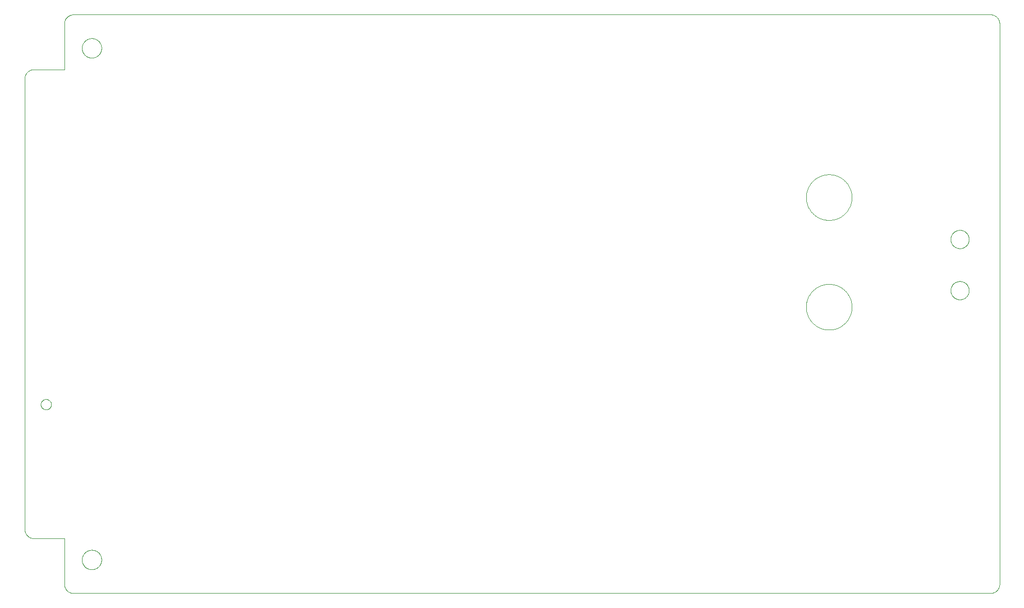
<source format=gko>
G75*
%MOIN*%
%OFA0B0*%
%FSLAX25Y25*%
%IPPOS*%
%LPD*%
%AMOC8*
5,1,8,0,0,1.08239X$1,22.5*
%
%ADD10C,0.00394*%
%ADD11C,0.00000*%
D10*
X0096656Y0075862D02*
X0689176Y0075862D01*
X0689328Y0075864D01*
X0689480Y0075870D01*
X0689632Y0075880D01*
X0689783Y0075893D01*
X0689934Y0075911D01*
X0690085Y0075932D01*
X0690235Y0075958D01*
X0690384Y0075987D01*
X0690533Y0076020D01*
X0690680Y0076057D01*
X0690827Y0076097D01*
X0690972Y0076142D01*
X0691116Y0076190D01*
X0691259Y0076242D01*
X0691401Y0076297D01*
X0691541Y0076356D01*
X0691680Y0076419D01*
X0691817Y0076485D01*
X0691952Y0076555D01*
X0692085Y0076628D01*
X0692216Y0076705D01*
X0692346Y0076785D01*
X0692473Y0076868D01*
X0692598Y0076954D01*
X0692721Y0077044D01*
X0692841Y0077137D01*
X0692959Y0077233D01*
X0693075Y0077332D01*
X0693188Y0077434D01*
X0693298Y0077538D01*
X0693406Y0077646D01*
X0693510Y0077756D01*
X0693612Y0077869D01*
X0693711Y0077985D01*
X0693807Y0078103D01*
X0693900Y0078223D01*
X0693990Y0078346D01*
X0694076Y0078471D01*
X0694159Y0078598D01*
X0694239Y0078728D01*
X0694316Y0078859D01*
X0694389Y0078992D01*
X0694459Y0079127D01*
X0694525Y0079264D01*
X0694588Y0079403D01*
X0694647Y0079543D01*
X0694702Y0079685D01*
X0694754Y0079828D01*
X0694802Y0079972D01*
X0694847Y0080117D01*
X0694887Y0080264D01*
X0694924Y0080411D01*
X0694957Y0080560D01*
X0694986Y0080709D01*
X0695012Y0080859D01*
X0695033Y0081010D01*
X0695051Y0081161D01*
X0695064Y0081312D01*
X0695074Y0081464D01*
X0695080Y0081616D01*
X0695082Y0081768D01*
X0695081Y0081768D02*
X0695081Y0443972D01*
X0695082Y0443972D02*
X0695080Y0444124D01*
X0695074Y0444276D01*
X0695064Y0444428D01*
X0695051Y0444579D01*
X0695033Y0444730D01*
X0695012Y0444881D01*
X0694986Y0445031D01*
X0694957Y0445180D01*
X0694924Y0445329D01*
X0694887Y0445476D01*
X0694847Y0445623D01*
X0694802Y0445768D01*
X0694754Y0445912D01*
X0694702Y0446055D01*
X0694647Y0446197D01*
X0694588Y0446337D01*
X0694525Y0446476D01*
X0694459Y0446613D01*
X0694389Y0446748D01*
X0694316Y0446881D01*
X0694239Y0447012D01*
X0694159Y0447142D01*
X0694076Y0447269D01*
X0693990Y0447394D01*
X0693900Y0447517D01*
X0693807Y0447637D01*
X0693711Y0447755D01*
X0693612Y0447871D01*
X0693510Y0447984D01*
X0693406Y0448094D01*
X0693298Y0448202D01*
X0693188Y0448306D01*
X0693075Y0448408D01*
X0692959Y0448507D01*
X0692841Y0448603D01*
X0692721Y0448696D01*
X0692598Y0448786D01*
X0692473Y0448872D01*
X0692346Y0448955D01*
X0692216Y0449035D01*
X0692085Y0449112D01*
X0691952Y0449185D01*
X0691817Y0449255D01*
X0691680Y0449321D01*
X0691541Y0449384D01*
X0691401Y0449443D01*
X0691259Y0449498D01*
X0691116Y0449550D01*
X0690972Y0449598D01*
X0690827Y0449643D01*
X0690680Y0449683D01*
X0690533Y0449720D01*
X0690384Y0449753D01*
X0690235Y0449782D01*
X0690085Y0449808D01*
X0689934Y0449829D01*
X0689783Y0449847D01*
X0689632Y0449860D01*
X0689480Y0449870D01*
X0689328Y0449876D01*
X0689176Y0449878D01*
X0096656Y0449878D01*
X0096504Y0449876D01*
X0096352Y0449870D01*
X0096200Y0449860D01*
X0096049Y0449847D01*
X0095898Y0449829D01*
X0095747Y0449808D01*
X0095597Y0449782D01*
X0095448Y0449753D01*
X0095299Y0449720D01*
X0095152Y0449683D01*
X0095005Y0449643D01*
X0094860Y0449598D01*
X0094716Y0449550D01*
X0094573Y0449498D01*
X0094431Y0449443D01*
X0094291Y0449384D01*
X0094152Y0449321D01*
X0094015Y0449255D01*
X0093880Y0449185D01*
X0093747Y0449112D01*
X0093616Y0449035D01*
X0093486Y0448955D01*
X0093359Y0448872D01*
X0093234Y0448786D01*
X0093111Y0448696D01*
X0092991Y0448603D01*
X0092873Y0448507D01*
X0092757Y0448408D01*
X0092644Y0448306D01*
X0092534Y0448202D01*
X0092426Y0448094D01*
X0092322Y0447984D01*
X0092220Y0447871D01*
X0092121Y0447755D01*
X0092025Y0447637D01*
X0091932Y0447517D01*
X0091842Y0447394D01*
X0091756Y0447269D01*
X0091673Y0447142D01*
X0091593Y0447012D01*
X0091516Y0446881D01*
X0091443Y0446748D01*
X0091373Y0446613D01*
X0091307Y0446476D01*
X0091244Y0446337D01*
X0091185Y0446197D01*
X0091130Y0446055D01*
X0091078Y0445912D01*
X0091030Y0445768D01*
X0090985Y0445623D01*
X0090945Y0445476D01*
X0090908Y0445329D01*
X0090875Y0445180D01*
X0090846Y0445031D01*
X0090820Y0444881D01*
X0090799Y0444730D01*
X0090781Y0444579D01*
X0090768Y0444428D01*
X0090758Y0444276D01*
X0090752Y0444124D01*
X0090750Y0443972D01*
X0090751Y0443972D02*
X0090751Y0414445D01*
X0071066Y0414445D01*
X0070914Y0414443D01*
X0070762Y0414437D01*
X0070610Y0414427D01*
X0070459Y0414414D01*
X0070308Y0414396D01*
X0070157Y0414375D01*
X0070007Y0414349D01*
X0069858Y0414320D01*
X0069709Y0414287D01*
X0069562Y0414250D01*
X0069415Y0414210D01*
X0069270Y0414165D01*
X0069126Y0414117D01*
X0068983Y0414065D01*
X0068841Y0414010D01*
X0068701Y0413951D01*
X0068562Y0413888D01*
X0068425Y0413822D01*
X0068290Y0413752D01*
X0068157Y0413679D01*
X0068026Y0413602D01*
X0067896Y0413522D01*
X0067769Y0413439D01*
X0067644Y0413353D01*
X0067521Y0413263D01*
X0067401Y0413170D01*
X0067283Y0413074D01*
X0067167Y0412975D01*
X0067054Y0412873D01*
X0066944Y0412769D01*
X0066836Y0412661D01*
X0066732Y0412551D01*
X0066630Y0412438D01*
X0066531Y0412322D01*
X0066435Y0412204D01*
X0066342Y0412084D01*
X0066252Y0411961D01*
X0066166Y0411836D01*
X0066083Y0411709D01*
X0066003Y0411579D01*
X0065926Y0411448D01*
X0065853Y0411315D01*
X0065783Y0411180D01*
X0065717Y0411043D01*
X0065654Y0410904D01*
X0065595Y0410764D01*
X0065540Y0410622D01*
X0065488Y0410479D01*
X0065440Y0410335D01*
X0065395Y0410190D01*
X0065355Y0410043D01*
X0065318Y0409896D01*
X0065285Y0409747D01*
X0065256Y0409598D01*
X0065230Y0409448D01*
X0065209Y0409297D01*
X0065191Y0409146D01*
X0065178Y0408995D01*
X0065168Y0408843D01*
X0065162Y0408691D01*
X0065160Y0408539D01*
X0065160Y0117201D01*
X0065162Y0117049D01*
X0065168Y0116897D01*
X0065178Y0116745D01*
X0065191Y0116594D01*
X0065209Y0116443D01*
X0065230Y0116292D01*
X0065256Y0116142D01*
X0065285Y0115993D01*
X0065318Y0115844D01*
X0065355Y0115697D01*
X0065395Y0115550D01*
X0065440Y0115405D01*
X0065488Y0115261D01*
X0065540Y0115118D01*
X0065595Y0114976D01*
X0065654Y0114836D01*
X0065717Y0114697D01*
X0065783Y0114560D01*
X0065853Y0114425D01*
X0065926Y0114292D01*
X0066003Y0114161D01*
X0066083Y0114031D01*
X0066166Y0113904D01*
X0066252Y0113779D01*
X0066342Y0113656D01*
X0066435Y0113536D01*
X0066531Y0113418D01*
X0066630Y0113302D01*
X0066732Y0113189D01*
X0066836Y0113079D01*
X0066944Y0112971D01*
X0067054Y0112867D01*
X0067167Y0112765D01*
X0067283Y0112666D01*
X0067401Y0112570D01*
X0067521Y0112477D01*
X0067644Y0112387D01*
X0067769Y0112301D01*
X0067896Y0112218D01*
X0068026Y0112138D01*
X0068157Y0112061D01*
X0068290Y0111988D01*
X0068425Y0111918D01*
X0068562Y0111852D01*
X0068701Y0111789D01*
X0068841Y0111730D01*
X0068983Y0111675D01*
X0069126Y0111623D01*
X0069270Y0111575D01*
X0069415Y0111530D01*
X0069562Y0111490D01*
X0069709Y0111453D01*
X0069858Y0111420D01*
X0070007Y0111391D01*
X0070157Y0111365D01*
X0070308Y0111344D01*
X0070459Y0111326D01*
X0070610Y0111313D01*
X0070762Y0111303D01*
X0070914Y0111297D01*
X0071066Y0111295D01*
X0090751Y0111295D01*
X0090751Y0081768D01*
X0090750Y0081768D02*
X0090752Y0081616D01*
X0090758Y0081464D01*
X0090768Y0081312D01*
X0090781Y0081161D01*
X0090799Y0081010D01*
X0090820Y0080859D01*
X0090846Y0080709D01*
X0090875Y0080560D01*
X0090908Y0080411D01*
X0090945Y0080264D01*
X0090985Y0080117D01*
X0091030Y0079972D01*
X0091078Y0079828D01*
X0091130Y0079685D01*
X0091185Y0079543D01*
X0091244Y0079403D01*
X0091307Y0079264D01*
X0091373Y0079127D01*
X0091443Y0078992D01*
X0091516Y0078859D01*
X0091593Y0078728D01*
X0091673Y0078598D01*
X0091756Y0078471D01*
X0091842Y0078346D01*
X0091932Y0078223D01*
X0092025Y0078103D01*
X0092121Y0077985D01*
X0092220Y0077869D01*
X0092322Y0077756D01*
X0092426Y0077646D01*
X0092534Y0077538D01*
X0092644Y0077434D01*
X0092757Y0077332D01*
X0092873Y0077233D01*
X0092991Y0077137D01*
X0093111Y0077044D01*
X0093234Y0076954D01*
X0093359Y0076868D01*
X0093486Y0076785D01*
X0093616Y0076705D01*
X0093747Y0076628D01*
X0093880Y0076555D01*
X0094015Y0076485D01*
X0094152Y0076419D01*
X0094291Y0076356D01*
X0094431Y0076297D01*
X0094573Y0076242D01*
X0094716Y0076190D01*
X0094860Y0076142D01*
X0095005Y0076097D01*
X0095152Y0076057D01*
X0095299Y0076020D01*
X0095448Y0075987D01*
X0095597Y0075958D01*
X0095747Y0075932D01*
X0095898Y0075911D01*
X0096049Y0075893D01*
X0096200Y0075880D01*
X0096352Y0075870D01*
X0096504Y0075864D01*
X0096656Y0075862D01*
X0570081Y0260902D02*
X0570085Y0261264D01*
X0570099Y0261626D01*
X0570121Y0261988D01*
X0570152Y0262349D01*
X0570192Y0262709D01*
X0570241Y0263068D01*
X0570298Y0263426D01*
X0570365Y0263782D01*
X0570440Y0264137D01*
X0570523Y0264489D01*
X0570616Y0264840D01*
X0570717Y0265188D01*
X0570826Y0265533D01*
X0570944Y0265876D01*
X0571070Y0266215D01*
X0571205Y0266552D01*
X0571348Y0266885D01*
X0571499Y0267214D01*
X0571657Y0267540D01*
X0571824Y0267862D01*
X0571999Y0268179D01*
X0572181Y0268492D01*
X0572372Y0268801D01*
X0572569Y0269104D01*
X0572774Y0269403D01*
X0572986Y0269697D01*
X0573206Y0269985D01*
X0573432Y0270268D01*
X0573666Y0270545D01*
X0573906Y0270817D01*
X0574152Y0271082D01*
X0574405Y0271342D01*
X0574665Y0271595D01*
X0574930Y0271841D01*
X0575202Y0272081D01*
X0575479Y0272315D01*
X0575762Y0272541D01*
X0576050Y0272761D01*
X0576344Y0272973D01*
X0576643Y0273178D01*
X0576946Y0273375D01*
X0577255Y0273566D01*
X0577568Y0273748D01*
X0577885Y0273923D01*
X0578207Y0274090D01*
X0578533Y0274248D01*
X0578862Y0274399D01*
X0579195Y0274542D01*
X0579532Y0274677D01*
X0579871Y0274803D01*
X0580214Y0274921D01*
X0580559Y0275030D01*
X0580907Y0275131D01*
X0581258Y0275224D01*
X0581610Y0275307D01*
X0581965Y0275382D01*
X0582321Y0275449D01*
X0582679Y0275506D01*
X0583038Y0275555D01*
X0583398Y0275595D01*
X0583759Y0275626D01*
X0584121Y0275648D01*
X0584483Y0275662D01*
X0584845Y0275666D01*
X0585207Y0275662D01*
X0585569Y0275648D01*
X0585931Y0275626D01*
X0586292Y0275595D01*
X0586652Y0275555D01*
X0587011Y0275506D01*
X0587369Y0275449D01*
X0587725Y0275382D01*
X0588080Y0275307D01*
X0588432Y0275224D01*
X0588783Y0275131D01*
X0589131Y0275030D01*
X0589476Y0274921D01*
X0589819Y0274803D01*
X0590158Y0274677D01*
X0590495Y0274542D01*
X0590828Y0274399D01*
X0591157Y0274248D01*
X0591483Y0274090D01*
X0591805Y0273923D01*
X0592122Y0273748D01*
X0592435Y0273566D01*
X0592744Y0273375D01*
X0593047Y0273178D01*
X0593346Y0272973D01*
X0593640Y0272761D01*
X0593928Y0272541D01*
X0594211Y0272315D01*
X0594488Y0272081D01*
X0594760Y0271841D01*
X0595025Y0271595D01*
X0595285Y0271342D01*
X0595538Y0271082D01*
X0595784Y0270817D01*
X0596024Y0270545D01*
X0596258Y0270268D01*
X0596484Y0269985D01*
X0596704Y0269697D01*
X0596916Y0269403D01*
X0597121Y0269104D01*
X0597318Y0268801D01*
X0597509Y0268492D01*
X0597691Y0268179D01*
X0597866Y0267862D01*
X0598033Y0267540D01*
X0598191Y0267214D01*
X0598342Y0266885D01*
X0598485Y0266552D01*
X0598620Y0266215D01*
X0598746Y0265876D01*
X0598864Y0265533D01*
X0598973Y0265188D01*
X0599074Y0264840D01*
X0599167Y0264489D01*
X0599250Y0264137D01*
X0599325Y0263782D01*
X0599392Y0263426D01*
X0599449Y0263068D01*
X0599498Y0262709D01*
X0599538Y0262349D01*
X0599569Y0261988D01*
X0599591Y0261626D01*
X0599605Y0261264D01*
X0599609Y0260902D01*
X0599605Y0260540D01*
X0599591Y0260178D01*
X0599569Y0259816D01*
X0599538Y0259455D01*
X0599498Y0259095D01*
X0599449Y0258736D01*
X0599392Y0258378D01*
X0599325Y0258022D01*
X0599250Y0257667D01*
X0599167Y0257315D01*
X0599074Y0256964D01*
X0598973Y0256616D01*
X0598864Y0256271D01*
X0598746Y0255928D01*
X0598620Y0255589D01*
X0598485Y0255252D01*
X0598342Y0254919D01*
X0598191Y0254590D01*
X0598033Y0254264D01*
X0597866Y0253942D01*
X0597691Y0253625D01*
X0597509Y0253312D01*
X0597318Y0253003D01*
X0597121Y0252700D01*
X0596916Y0252401D01*
X0596704Y0252107D01*
X0596484Y0251819D01*
X0596258Y0251536D01*
X0596024Y0251259D01*
X0595784Y0250987D01*
X0595538Y0250722D01*
X0595285Y0250462D01*
X0595025Y0250209D01*
X0594760Y0249963D01*
X0594488Y0249723D01*
X0594211Y0249489D01*
X0593928Y0249263D01*
X0593640Y0249043D01*
X0593346Y0248831D01*
X0593047Y0248626D01*
X0592744Y0248429D01*
X0592435Y0248238D01*
X0592122Y0248056D01*
X0591805Y0247881D01*
X0591483Y0247714D01*
X0591157Y0247556D01*
X0590828Y0247405D01*
X0590495Y0247262D01*
X0590158Y0247127D01*
X0589819Y0247001D01*
X0589476Y0246883D01*
X0589131Y0246774D01*
X0588783Y0246673D01*
X0588432Y0246580D01*
X0588080Y0246497D01*
X0587725Y0246422D01*
X0587369Y0246355D01*
X0587011Y0246298D01*
X0586652Y0246249D01*
X0586292Y0246209D01*
X0585931Y0246178D01*
X0585569Y0246156D01*
X0585207Y0246142D01*
X0584845Y0246138D01*
X0584483Y0246142D01*
X0584121Y0246156D01*
X0583759Y0246178D01*
X0583398Y0246209D01*
X0583038Y0246249D01*
X0582679Y0246298D01*
X0582321Y0246355D01*
X0581965Y0246422D01*
X0581610Y0246497D01*
X0581258Y0246580D01*
X0580907Y0246673D01*
X0580559Y0246774D01*
X0580214Y0246883D01*
X0579871Y0247001D01*
X0579532Y0247127D01*
X0579195Y0247262D01*
X0578862Y0247405D01*
X0578533Y0247556D01*
X0578207Y0247714D01*
X0577885Y0247881D01*
X0577568Y0248056D01*
X0577255Y0248238D01*
X0576946Y0248429D01*
X0576643Y0248626D01*
X0576344Y0248831D01*
X0576050Y0249043D01*
X0575762Y0249263D01*
X0575479Y0249489D01*
X0575202Y0249723D01*
X0574930Y0249963D01*
X0574665Y0250209D01*
X0574405Y0250462D01*
X0574152Y0250722D01*
X0573906Y0250987D01*
X0573666Y0251259D01*
X0573432Y0251536D01*
X0573206Y0251819D01*
X0572986Y0252107D01*
X0572774Y0252401D01*
X0572569Y0252700D01*
X0572372Y0253003D01*
X0572181Y0253312D01*
X0571999Y0253625D01*
X0571824Y0253942D01*
X0571657Y0254264D01*
X0571499Y0254590D01*
X0571348Y0254919D01*
X0571205Y0255252D01*
X0571070Y0255589D01*
X0570944Y0255928D01*
X0570826Y0256271D01*
X0570717Y0256616D01*
X0570616Y0256964D01*
X0570523Y0257315D01*
X0570440Y0257667D01*
X0570365Y0258022D01*
X0570298Y0258378D01*
X0570241Y0258736D01*
X0570192Y0259095D01*
X0570152Y0259455D01*
X0570121Y0259816D01*
X0570099Y0260178D01*
X0570085Y0260540D01*
X0570081Y0260902D01*
X0570081Y0331768D02*
X0570085Y0332130D01*
X0570099Y0332492D01*
X0570121Y0332854D01*
X0570152Y0333215D01*
X0570192Y0333575D01*
X0570241Y0333934D01*
X0570298Y0334292D01*
X0570365Y0334648D01*
X0570440Y0335003D01*
X0570523Y0335355D01*
X0570616Y0335706D01*
X0570717Y0336054D01*
X0570826Y0336399D01*
X0570944Y0336742D01*
X0571070Y0337081D01*
X0571205Y0337418D01*
X0571348Y0337751D01*
X0571499Y0338080D01*
X0571657Y0338406D01*
X0571824Y0338728D01*
X0571999Y0339045D01*
X0572181Y0339358D01*
X0572372Y0339667D01*
X0572569Y0339970D01*
X0572774Y0340269D01*
X0572986Y0340563D01*
X0573206Y0340851D01*
X0573432Y0341134D01*
X0573666Y0341411D01*
X0573906Y0341683D01*
X0574152Y0341948D01*
X0574405Y0342208D01*
X0574665Y0342461D01*
X0574930Y0342707D01*
X0575202Y0342947D01*
X0575479Y0343181D01*
X0575762Y0343407D01*
X0576050Y0343627D01*
X0576344Y0343839D01*
X0576643Y0344044D01*
X0576946Y0344241D01*
X0577255Y0344432D01*
X0577568Y0344614D01*
X0577885Y0344789D01*
X0578207Y0344956D01*
X0578533Y0345114D01*
X0578862Y0345265D01*
X0579195Y0345408D01*
X0579532Y0345543D01*
X0579871Y0345669D01*
X0580214Y0345787D01*
X0580559Y0345896D01*
X0580907Y0345997D01*
X0581258Y0346090D01*
X0581610Y0346173D01*
X0581965Y0346248D01*
X0582321Y0346315D01*
X0582679Y0346372D01*
X0583038Y0346421D01*
X0583398Y0346461D01*
X0583759Y0346492D01*
X0584121Y0346514D01*
X0584483Y0346528D01*
X0584845Y0346532D01*
X0585207Y0346528D01*
X0585569Y0346514D01*
X0585931Y0346492D01*
X0586292Y0346461D01*
X0586652Y0346421D01*
X0587011Y0346372D01*
X0587369Y0346315D01*
X0587725Y0346248D01*
X0588080Y0346173D01*
X0588432Y0346090D01*
X0588783Y0345997D01*
X0589131Y0345896D01*
X0589476Y0345787D01*
X0589819Y0345669D01*
X0590158Y0345543D01*
X0590495Y0345408D01*
X0590828Y0345265D01*
X0591157Y0345114D01*
X0591483Y0344956D01*
X0591805Y0344789D01*
X0592122Y0344614D01*
X0592435Y0344432D01*
X0592744Y0344241D01*
X0593047Y0344044D01*
X0593346Y0343839D01*
X0593640Y0343627D01*
X0593928Y0343407D01*
X0594211Y0343181D01*
X0594488Y0342947D01*
X0594760Y0342707D01*
X0595025Y0342461D01*
X0595285Y0342208D01*
X0595538Y0341948D01*
X0595784Y0341683D01*
X0596024Y0341411D01*
X0596258Y0341134D01*
X0596484Y0340851D01*
X0596704Y0340563D01*
X0596916Y0340269D01*
X0597121Y0339970D01*
X0597318Y0339667D01*
X0597509Y0339358D01*
X0597691Y0339045D01*
X0597866Y0338728D01*
X0598033Y0338406D01*
X0598191Y0338080D01*
X0598342Y0337751D01*
X0598485Y0337418D01*
X0598620Y0337081D01*
X0598746Y0336742D01*
X0598864Y0336399D01*
X0598973Y0336054D01*
X0599074Y0335706D01*
X0599167Y0335355D01*
X0599250Y0335003D01*
X0599325Y0334648D01*
X0599392Y0334292D01*
X0599449Y0333934D01*
X0599498Y0333575D01*
X0599538Y0333215D01*
X0599569Y0332854D01*
X0599591Y0332492D01*
X0599605Y0332130D01*
X0599609Y0331768D01*
X0599605Y0331406D01*
X0599591Y0331044D01*
X0599569Y0330682D01*
X0599538Y0330321D01*
X0599498Y0329961D01*
X0599449Y0329602D01*
X0599392Y0329244D01*
X0599325Y0328888D01*
X0599250Y0328533D01*
X0599167Y0328181D01*
X0599074Y0327830D01*
X0598973Y0327482D01*
X0598864Y0327137D01*
X0598746Y0326794D01*
X0598620Y0326455D01*
X0598485Y0326118D01*
X0598342Y0325785D01*
X0598191Y0325456D01*
X0598033Y0325130D01*
X0597866Y0324808D01*
X0597691Y0324491D01*
X0597509Y0324178D01*
X0597318Y0323869D01*
X0597121Y0323566D01*
X0596916Y0323267D01*
X0596704Y0322973D01*
X0596484Y0322685D01*
X0596258Y0322402D01*
X0596024Y0322125D01*
X0595784Y0321853D01*
X0595538Y0321588D01*
X0595285Y0321328D01*
X0595025Y0321075D01*
X0594760Y0320829D01*
X0594488Y0320589D01*
X0594211Y0320355D01*
X0593928Y0320129D01*
X0593640Y0319909D01*
X0593346Y0319697D01*
X0593047Y0319492D01*
X0592744Y0319295D01*
X0592435Y0319104D01*
X0592122Y0318922D01*
X0591805Y0318747D01*
X0591483Y0318580D01*
X0591157Y0318422D01*
X0590828Y0318271D01*
X0590495Y0318128D01*
X0590158Y0317993D01*
X0589819Y0317867D01*
X0589476Y0317749D01*
X0589131Y0317640D01*
X0588783Y0317539D01*
X0588432Y0317446D01*
X0588080Y0317363D01*
X0587725Y0317288D01*
X0587369Y0317221D01*
X0587011Y0317164D01*
X0586652Y0317115D01*
X0586292Y0317075D01*
X0585931Y0317044D01*
X0585569Y0317022D01*
X0585207Y0317008D01*
X0584845Y0317004D01*
X0584483Y0317008D01*
X0584121Y0317022D01*
X0583759Y0317044D01*
X0583398Y0317075D01*
X0583038Y0317115D01*
X0582679Y0317164D01*
X0582321Y0317221D01*
X0581965Y0317288D01*
X0581610Y0317363D01*
X0581258Y0317446D01*
X0580907Y0317539D01*
X0580559Y0317640D01*
X0580214Y0317749D01*
X0579871Y0317867D01*
X0579532Y0317993D01*
X0579195Y0318128D01*
X0578862Y0318271D01*
X0578533Y0318422D01*
X0578207Y0318580D01*
X0577885Y0318747D01*
X0577568Y0318922D01*
X0577255Y0319104D01*
X0576946Y0319295D01*
X0576643Y0319492D01*
X0576344Y0319697D01*
X0576050Y0319909D01*
X0575762Y0320129D01*
X0575479Y0320355D01*
X0575202Y0320589D01*
X0574930Y0320829D01*
X0574665Y0321075D01*
X0574405Y0321328D01*
X0574152Y0321588D01*
X0573906Y0321853D01*
X0573666Y0322125D01*
X0573432Y0322402D01*
X0573206Y0322685D01*
X0572986Y0322973D01*
X0572774Y0323267D01*
X0572569Y0323566D01*
X0572372Y0323869D01*
X0572181Y0324178D01*
X0571999Y0324491D01*
X0571824Y0324808D01*
X0571657Y0325130D01*
X0571499Y0325456D01*
X0571348Y0325785D01*
X0571205Y0326118D01*
X0571070Y0326455D01*
X0570944Y0326794D01*
X0570826Y0327137D01*
X0570717Y0327482D01*
X0570616Y0327830D01*
X0570523Y0328181D01*
X0570440Y0328533D01*
X0570365Y0328888D01*
X0570298Y0329244D01*
X0570241Y0329602D01*
X0570192Y0329961D01*
X0570152Y0330321D01*
X0570121Y0330682D01*
X0570099Y0331044D01*
X0570085Y0331406D01*
X0570081Y0331768D01*
D11*
X0663494Y0304648D02*
X0663496Y0304801D01*
X0663502Y0304955D01*
X0663512Y0305108D01*
X0663526Y0305260D01*
X0663544Y0305413D01*
X0663566Y0305564D01*
X0663591Y0305715D01*
X0663621Y0305866D01*
X0663655Y0306016D01*
X0663692Y0306164D01*
X0663733Y0306312D01*
X0663778Y0306458D01*
X0663827Y0306604D01*
X0663880Y0306748D01*
X0663936Y0306890D01*
X0663996Y0307031D01*
X0664060Y0307171D01*
X0664127Y0307309D01*
X0664198Y0307445D01*
X0664273Y0307579D01*
X0664350Y0307711D01*
X0664432Y0307841D01*
X0664516Y0307969D01*
X0664604Y0308095D01*
X0664695Y0308218D01*
X0664789Y0308339D01*
X0664887Y0308457D01*
X0664987Y0308573D01*
X0665091Y0308686D01*
X0665197Y0308797D01*
X0665306Y0308905D01*
X0665418Y0309010D01*
X0665532Y0309111D01*
X0665650Y0309210D01*
X0665769Y0309306D01*
X0665891Y0309399D01*
X0666016Y0309488D01*
X0666143Y0309575D01*
X0666272Y0309657D01*
X0666403Y0309737D01*
X0666536Y0309813D01*
X0666671Y0309886D01*
X0666808Y0309955D01*
X0666947Y0310020D01*
X0667087Y0310082D01*
X0667229Y0310140D01*
X0667372Y0310195D01*
X0667517Y0310246D01*
X0667663Y0310293D01*
X0667810Y0310336D01*
X0667958Y0310375D01*
X0668107Y0310411D01*
X0668257Y0310442D01*
X0668408Y0310470D01*
X0668559Y0310494D01*
X0668712Y0310514D01*
X0668864Y0310530D01*
X0669017Y0310542D01*
X0669170Y0310550D01*
X0669323Y0310554D01*
X0669477Y0310554D01*
X0669630Y0310550D01*
X0669783Y0310542D01*
X0669936Y0310530D01*
X0670088Y0310514D01*
X0670241Y0310494D01*
X0670392Y0310470D01*
X0670543Y0310442D01*
X0670693Y0310411D01*
X0670842Y0310375D01*
X0670990Y0310336D01*
X0671137Y0310293D01*
X0671283Y0310246D01*
X0671428Y0310195D01*
X0671571Y0310140D01*
X0671713Y0310082D01*
X0671853Y0310020D01*
X0671992Y0309955D01*
X0672129Y0309886D01*
X0672264Y0309813D01*
X0672397Y0309737D01*
X0672528Y0309657D01*
X0672657Y0309575D01*
X0672784Y0309488D01*
X0672909Y0309399D01*
X0673031Y0309306D01*
X0673150Y0309210D01*
X0673268Y0309111D01*
X0673382Y0309010D01*
X0673494Y0308905D01*
X0673603Y0308797D01*
X0673709Y0308686D01*
X0673813Y0308573D01*
X0673913Y0308457D01*
X0674011Y0308339D01*
X0674105Y0308218D01*
X0674196Y0308095D01*
X0674284Y0307969D01*
X0674368Y0307841D01*
X0674450Y0307711D01*
X0674527Y0307579D01*
X0674602Y0307445D01*
X0674673Y0307309D01*
X0674740Y0307171D01*
X0674804Y0307031D01*
X0674864Y0306890D01*
X0674920Y0306748D01*
X0674973Y0306604D01*
X0675022Y0306458D01*
X0675067Y0306312D01*
X0675108Y0306164D01*
X0675145Y0306016D01*
X0675179Y0305866D01*
X0675209Y0305715D01*
X0675234Y0305564D01*
X0675256Y0305413D01*
X0675274Y0305260D01*
X0675288Y0305108D01*
X0675298Y0304955D01*
X0675304Y0304801D01*
X0675306Y0304648D01*
X0675304Y0304495D01*
X0675298Y0304341D01*
X0675288Y0304188D01*
X0675274Y0304036D01*
X0675256Y0303883D01*
X0675234Y0303732D01*
X0675209Y0303581D01*
X0675179Y0303430D01*
X0675145Y0303280D01*
X0675108Y0303132D01*
X0675067Y0302984D01*
X0675022Y0302838D01*
X0674973Y0302692D01*
X0674920Y0302548D01*
X0674864Y0302406D01*
X0674804Y0302265D01*
X0674740Y0302125D01*
X0674673Y0301987D01*
X0674602Y0301851D01*
X0674527Y0301717D01*
X0674450Y0301585D01*
X0674368Y0301455D01*
X0674284Y0301327D01*
X0674196Y0301201D01*
X0674105Y0301078D01*
X0674011Y0300957D01*
X0673913Y0300839D01*
X0673813Y0300723D01*
X0673709Y0300610D01*
X0673603Y0300499D01*
X0673494Y0300391D01*
X0673382Y0300286D01*
X0673268Y0300185D01*
X0673150Y0300086D01*
X0673031Y0299990D01*
X0672909Y0299897D01*
X0672784Y0299808D01*
X0672657Y0299721D01*
X0672528Y0299639D01*
X0672397Y0299559D01*
X0672264Y0299483D01*
X0672129Y0299410D01*
X0671992Y0299341D01*
X0671853Y0299276D01*
X0671713Y0299214D01*
X0671571Y0299156D01*
X0671428Y0299101D01*
X0671283Y0299050D01*
X0671137Y0299003D01*
X0670990Y0298960D01*
X0670842Y0298921D01*
X0670693Y0298885D01*
X0670543Y0298854D01*
X0670392Y0298826D01*
X0670241Y0298802D01*
X0670088Y0298782D01*
X0669936Y0298766D01*
X0669783Y0298754D01*
X0669630Y0298746D01*
X0669477Y0298742D01*
X0669323Y0298742D01*
X0669170Y0298746D01*
X0669017Y0298754D01*
X0668864Y0298766D01*
X0668712Y0298782D01*
X0668559Y0298802D01*
X0668408Y0298826D01*
X0668257Y0298854D01*
X0668107Y0298885D01*
X0667958Y0298921D01*
X0667810Y0298960D01*
X0667663Y0299003D01*
X0667517Y0299050D01*
X0667372Y0299101D01*
X0667229Y0299156D01*
X0667087Y0299214D01*
X0666947Y0299276D01*
X0666808Y0299341D01*
X0666671Y0299410D01*
X0666536Y0299483D01*
X0666403Y0299559D01*
X0666272Y0299639D01*
X0666143Y0299721D01*
X0666016Y0299808D01*
X0665891Y0299897D01*
X0665769Y0299990D01*
X0665650Y0300086D01*
X0665532Y0300185D01*
X0665418Y0300286D01*
X0665306Y0300391D01*
X0665197Y0300499D01*
X0665091Y0300610D01*
X0664987Y0300723D01*
X0664887Y0300839D01*
X0664789Y0300957D01*
X0664695Y0301078D01*
X0664604Y0301201D01*
X0664516Y0301327D01*
X0664432Y0301455D01*
X0664350Y0301585D01*
X0664273Y0301717D01*
X0664198Y0301851D01*
X0664127Y0301987D01*
X0664060Y0302125D01*
X0663996Y0302265D01*
X0663936Y0302406D01*
X0663880Y0302548D01*
X0663827Y0302692D01*
X0663778Y0302838D01*
X0663733Y0302984D01*
X0663692Y0303132D01*
X0663655Y0303280D01*
X0663621Y0303430D01*
X0663591Y0303581D01*
X0663566Y0303732D01*
X0663544Y0303883D01*
X0663526Y0304036D01*
X0663512Y0304188D01*
X0663502Y0304341D01*
X0663496Y0304495D01*
X0663494Y0304648D01*
X0663494Y0271577D02*
X0663496Y0271730D01*
X0663502Y0271884D01*
X0663512Y0272037D01*
X0663526Y0272189D01*
X0663544Y0272342D01*
X0663566Y0272493D01*
X0663591Y0272644D01*
X0663621Y0272795D01*
X0663655Y0272945D01*
X0663692Y0273093D01*
X0663733Y0273241D01*
X0663778Y0273387D01*
X0663827Y0273533D01*
X0663880Y0273677D01*
X0663936Y0273819D01*
X0663996Y0273960D01*
X0664060Y0274100D01*
X0664127Y0274238D01*
X0664198Y0274374D01*
X0664273Y0274508D01*
X0664350Y0274640D01*
X0664432Y0274770D01*
X0664516Y0274898D01*
X0664604Y0275024D01*
X0664695Y0275147D01*
X0664789Y0275268D01*
X0664887Y0275386D01*
X0664987Y0275502D01*
X0665091Y0275615D01*
X0665197Y0275726D01*
X0665306Y0275834D01*
X0665418Y0275939D01*
X0665532Y0276040D01*
X0665650Y0276139D01*
X0665769Y0276235D01*
X0665891Y0276328D01*
X0666016Y0276417D01*
X0666143Y0276504D01*
X0666272Y0276586D01*
X0666403Y0276666D01*
X0666536Y0276742D01*
X0666671Y0276815D01*
X0666808Y0276884D01*
X0666947Y0276949D01*
X0667087Y0277011D01*
X0667229Y0277069D01*
X0667372Y0277124D01*
X0667517Y0277175D01*
X0667663Y0277222D01*
X0667810Y0277265D01*
X0667958Y0277304D01*
X0668107Y0277340D01*
X0668257Y0277371D01*
X0668408Y0277399D01*
X0668559Y0277423D01*
X0668712Y0277443D01*
X0668864Y0277459D01*
X0669017Y0277471D01*
X0669170Y0277479D01*
X0669323Y0277483D01*
X0669477Y0277483D01*
X0669630Y0277479D01*
X0669783Y0277471D01*
X0669936Y0277459D01*
X0670088Y0277443D01*
X0670241Y0277423D01*
X0670392Y0277399D01*
X0670543Y0277371D01*
X0670693Y0277340D01*
X0670842Y0277304D01*
X0670990Y0277265D01*
X0671137Y0277222D01*
X0671283Y0277175D01*
X0671428Y0277124D01*
X0671571Y0277069D01*
X0671713Y0277011D01*
X0671853Y0276949D01*
X0671992Y0276884D01*
X0672129Y0276815D01*
X0672264Y0276742D01*
X0672397Y0276666D01*
X0672528Y0276586D01*
X0672657Y0276504D01*
X0672784Y0276417D01*
X0672909Y0276328D01*
X0673031Y0276235D01*
X0673150Y0276139D01*
X0673268Y0276040D01*
X0673382Y0275939D01*
X0673494Y0275834D01*
X0673603Y0275726D01*
X0673709Y0275615D01*
X0673813Y0275502D01*
X0673913Y0275386D01*
X0674011Y0275268D01*
X0674105Y0275147D01*
X0674196Y0275024D01*
X0674284Y0274898D01*
X0674368Y0274770D01*
X0674450Y0274640D01*
X0674527Y0274508D01*
X0674602Y0274374D01*
X0674673Y0274238D01*
X0674740Y0274100D01*
X0674804Y0273960D01*
X0674864Y0273819D01*
X0674920Y0273677D01*
X0674973Y0273533D01*
X0675022Y0273387D01*
X0675067Y0273241D01*
X0675108Y0273093D01*
X0675145Y0272945D01*
X0675179Y0272795D01*
X0675209Y0272644D01*
X0675234Y0272493D01*
X0675256Y0272342D01*
X0675274Y0272189D01*
X0675288Y0272037D01*
X0675298Y0271884D01*
X0675304Y0271730D01*
X0675306Y0271577D01*
X0675304Y0271424D01*
X0675298Y0271270D01*
X0675288Y0271117D01*
X0675274Y0270965D01*
X0675256Y0270812D01*
X0675234Y0270661D01*
X0675209Y0270510D01*
X0675179Y0270359D01*
X0675145Y0270209D01*
X0675108Y0270061D01*
X0675067Y0269913D01*
X0675022Y0269767D01*
X0674973Y0269621D01*
X0674920Y0269477D01*
X0674864Y0269335D01*
X0674804Y0269194D01*
X0674740Y0269054D01*
X0674673Y0268916D01*
X0674602Y0268780D01*
X0674527Y0268646D01*
X0674450Y0268514D01*
X0674368Y0268384D01*
X0674284Y0268256D01*
X0674196Y0268130D01*
X0674105Y0268007D01*
X0674011Y0267886D01*
X0673913Y0267768D01*
X0673813Y0267652D01*
X0673709Y0267539D01*
X0673603Y0267428D01*
X0673494Y0267320D01*
X0673382Y0267215D01*
X0673268Y0267114D01*
X0673150Y0267015D01*
X0673031Y0266919D01*
X0672909Y0266826D01*
X0672784Y0266737D01*
X0672657Y0266650D01*
X0672528Y0266568D01*
X0672397Y0266488D01*
X0672264Y0266412D01*
X0672129Y0266339D01*
X0671992Y0266270D01*
X0671853Y0266205D01*
X0671713Y0266143D01*
X0671571Y0266085D01*
X0671428Y0266030D01*
X0671283Y0265979D01*
X0671137Y0265932D01*
X0670990Y0265889D01*
X0670842Y0265850D01*
X0670693Y0265814D01*
X0670543Y0265783D01*
X0670392Y0265755D01*
X0670241Y0265731D01*
X0670088Y0265711D01*
X0669936Y0265695D01*
X0669783Y0265683D01*
X0669630Y0265675D01*
X0669477Y0265671D01*
X0669323Y0265671D01*
X0669170Y0265675D01*
X0669017Y0265683D01*
X0668864Y0265695D01*
X0668712Y0265711D01*
X0668559Y0265731D01*
X0668408Y0265755D01*
X0668257Y0265783D01*
X0668107Y0265814D01*
X0667958Y0265850D01*
X0667810Y0265889D01*
X0667663Y0265932D01*
X0667517Y0265979D01*
X0667372Y0266030D01*
X0667229Y0266085D01*
X0667087Y0266143D01*
X0666947Y0266205D01*
X0666808Y0266270D01*
X0666671Y0266339D01*
X0666536Y0266412D01*
X0666403Y0266488D01*
X0666272Y0266568D01*
X0666143Y0266650D01*
X0666016Y0266737D01*
X0665891Y0266826D01*
X0665769Y0266919D01*
X0665650Y0267015D01*
X0665532Y0267114D01*
X0665418Y0267215D01*
X0665306Y0267320D01*
X0665197Y0267428D01*
X0665091Y0267539D01*
X0664987Y0267652D01*
X0664887Y0267768D01*
X0664789Y0267886D01*
X0664695Y0268007D01*
X0664604Y0268130D01*
X0664516Y0268256D01*
X0664432Y0268384D01*
X0664350Y0268514D01*
X0664273Y0268646D01*
X0664198Y0268780D01*
X0664127Y0268916D01*
X0664060Y0269054D01*
X0663996Y0269194D01*
X0663936Y0269335D01*
X0663880Y0269477D01*
X0663827Y0269621D01*
X0663778Y0269767D01*
X0663733Y0269913D01*
X0663692Y0270061D01*
X0663655Y0270209D01*
X0663621Y0270359D01*
X0663591Y0270510D01*
X0663566Y0270661D01*
X0663544Y0270812D01*
X0663526Y0270965D01*
X0663512Y0271117D01*
X0663502Y0271270D01*
X0663496Y0271424D01*
X0663494Y0271577D01*
X0102168Y0428224D02*
X0102170Y0428382D01*
X0102176Y0428540D01*
X0102186Y0428698D01*
X0102200Y0428856D01*
X0102218Y0429013D01*
X0102239Y0429170D01*
X0102265Y0429326D01*
X0102295Y0429482D01*
X0102328Y0429637D01*
X0102366Y0429790D01*
X0102407Y0429943D01*
X0102452Y0430095D01*
X0102501Y0430246D01*
X0102554Y0430395D01*
X0102610Y0430543D01*
X0102670Y0430689D01*
X0102734Y0430834D01*
X0102802Y0430977D01*
X0102873Y0431119D01*
X0102947Y0431259D01*
X0103025Y0431396D01*
X0103107Y0431532D01*
X0103191Y0431666D01*
X0103280Y0431797D01*
X0103371Y0431926D01*
X0103466Y0432053D01*
X0103563Y0432178D01*
X0103664Y0432300D01*
X0103768Y0432419D01*
X0103875Y0432536D01*
X0103985Y0432650D01*
X0104098Y0432761D01*
X0104213Y0432870D01*
X0104331Y0432975D01*
X0104452Y0433077D01*
X0104575Y0433177D01*
X0104701Y0433273D01*
X0104829Y0433366D01*
X0104959Y0433456D01*
X0105092Y0433542D01*
X0105227Y0433626D01*
X0105363Y0433705D01*
X0105502Y0433782D01*
X0105643Y0433854D01*
X0105785Y0433924D01*
X0105929Y0433989D01*
X0106075Y0434051D01*
X0106222Y0434109D01*
X0106371Y0434164D01*
X0106521Y0434215D01*
X0106672Y0434262D01*
X0106824Y0434305D01*
X0106977Y0434344D01*
X0107132Y0434380D01*
X0107287Y0434411D01*
X0107443Y0434439D01*
X0107599Y0434463D01*
X0107756Y0434483D01*
X0107914Y0434499D01*
X0108071Y0434511D01*
X0108230Y0434519D01*
X0108388Y0434523D01*
X0108546Y0434523D01*
X0108704Y0434519D01*
X0108863Y0434511D01*
X0109020Y0434499D01*
X0109178Y0434483D01*
X0109335Y0434463D01*
X0109491Y0434439D01*
X0109647Y0434411D01*
X0109802Y0434380D01*
X0109957Y0434344D01*
X0110110Y0434305D01*
X0110262Y0434262D01*
X0110413Y0434215D01*
X0110563Y0434164D01*
X0110712Y0434109D01*
X0110859Y0434051D01*
X0111005Y0433989D01*
X0111149Y0433924D01*
X0111291Y0433854D01*
X0111432Y0433782D01*
X0111571Y0433705D01*
X0111707Y0433626D01*
X0111842Y0433542D01*
X0111975Y0433456D01*
X0112105Y0433366D01*
X0112233Y0433273D01*
X0112359Y0433177D01*
X0112482Y0433077D01*
X0112603Y0432975D01*
X0112721Y0432870D01*
X0112836Y0432761D01*
X0112949Y0432650D01*
X0113059Y0432536D01*
X0113166Y0432419D01*
X0113270Y0432300D01*
X0113371Y0432178D01*
X0113468Y0432053D01*
X0113563Y0431926D01*
X0113654Y0431797D01*
X0113743Y0431666D01*
X0113827Y0431532D01*
X0113909Y0431396D01*
X0113987Y0431259D01*
X0114061Y0431119D01*
X0114132Y0430977D01*
X0114200Y0430834D01*
X0114264Y0430689D01*
X0114324Y0430543D01*
X0114380Y0430395D01*
X0114433Y0430246D01*
X0114482Y0430095D01*
X0114527Y0429943D01*
X0114568Y0429790D01*
X0114606Y0429637D01*
X0114639Y0429482D01*
X0114669Y0429326D01*
X0114695Y0429170D01*
X0114716Y0429013D01*
X0114734Y0428856D01*
X0114748Y0428698D01*
X0114758Y0428540D01*
X0114764Y0428382D01*
X0114766Y0428224D01*
X0114764Y0428066D01*
X0114758Y0427908D01*
X0114748Y0427750D01*
X0114734Y0427592D01*
X0114716Y0427435D01*
X0114695Y0427278D01*
X0114669Y0427122D01*
X0114639Y0426966D01*
X0114606Y0426811D01*
X0114568Y0426658D01*
X0114527Y0426505D01*
X0114482Y0426353D01*
X0114433Y0426202D01*
X0114380Y0426053D01*
X0114324Y0425905D01*
X0114264Y0425759D01*
X0114200Y0425614D01*
X0114132Y0425471D01*
X0114061Y0425329D01*
X0113987Y0425189D01*
X0113909Y0425052D01*
X0113827Y0424916D01*
X0113743Y0424782D01*
X0113654Y0424651D01*
X0113563Y0424522D01*
X0113468Y0424395D01*
X0113371Y0424270D01*
X0113270Y0424148D01*
X0113166Y0424029D01*
X0113059Y0423912D01*
X0112949Y0423798D01*
X0112836Y0423687D01*
X0112721Y0423578D01*
X0112603Y0423473D01*
X0112482Y0423371D01*
X0112359Y0423271D01*
X0112233Y0423175D01*
X0112105Y0423082D01*
X0111975Y0422992D01*
X0111842Y0422906D01*
X0111707Y0422822D01*
X0111571Y0422743D01*
X0111432Y0422666D01*
X0111291Y0422594D01*
X0111149Y0422524D01*
X0111005Y0422459D01*
X0110859Y0422397D01*
X0110712Y0422339D01*
X0110563Y0422284D01*
X0110413Y0422233D01*
X0110262Y0422186D01*
X0110110Y0422143D01*
X0109957Y0422104D01*
X0109802Y0422068D01*
X0109647Y0422037D01*
X0109491Y0422009D01*
X0109335Y0421985D01*
X0109178Y0421965D01*
X0109020Y0421949D01*
X0108863Y0421937D01*
X0108704Y0421929D01*
X0108546Y0421925D01*
X0108388Y0421925D01*
X0108230Y0421929D01*
X0108071Y0421937D01*
X0107914Y0421949D01*
X0107756Y0421965D01*
X0107599Y0421985D01*
X0107443Y0422009D01*
X0107287Y0422037D01*
X0107132Y0422068D01*
X0106977Y0422104D01*
X0106824Y0422143D01*
X0106672Y0422186D01*
X0106521Y0422233D01*
X0106371Y0422284D01*
X0106222Y0422339D01*
X0106075Y0422397D01*
X0105929Y0422459D01*
X0105785Y0422524D01*
X0105643Y0422594D01*
X0105502Y0422666D01*
X0105363Y0422743D01*
X0105227Y0422822D01*
X0105092Y0422906D01*
X0104959Y0422992D01*
X0104829Y0423082D01*
X0104701Y0423175D01*
X0104575Y0423271D01*
X0104452Y0423371D01*
X0104331Y0423473D01*
X0104213Y0423578D01*
X0104098Y0423687D01*
X0103985Y0423798D01*
X0103875Y0423912D01*
X0103768Y0424029D01*
X0103664Y0424148D01*
X0103563Y0424270D01*
X0103466Y0424395D01*
X0103371Y0424522D01*
X0103280Y0424651D01*
X0103191Y0424782D01*
X0103107Y0424916D01*
X0103025Y0425052D01*
X0102947Y0425189D01*
X0102873Y0425329D01*
X0102802Y0425471D01*
X0102734Y0425614D01*
X0102670Y0425759D01*
X0102610Y0425905D01*
X0102554Y0426053D01*
X0102501Y0426202D01*
X0102452Y0426353D01*
X0102407Y0426505D01*
X0102366Y0426658D01*
X0102328Y0426811D01*
X0102295Y0426966D01*
X0102265Y0427122D01*
X0102239Y0427278D01*
X0102218Y0427435D01*
X0102200Y0427592D01*
X0102186Y0427750D01*
X0102176Y0427908D01*
X0102170Y0428066D01*
X0102168Y0428224D01*
X0075594Y0197909D02*
X0075596Y0198024D01*
X0075602Y0198140D01*
X0075612Y0198255D01*
X0075626Y0198370D01*
X0075644Y0198484D01*
X0075666Y0198597D01*
X0075691Y0198710D01*
X0075721Y0198821D01*
X0075754Y0198932D01*
X0075791Y0199041D01*
X0075832Y0199149D01*
X0075877Y0199256D01*
X0075925Y0199361D01*
X0075977Y0199464D01*
X0076033Y0199565D01*
X0076092Y0199665D01*
X0076154Y0199762D01*
X0076220Y0199857D01*
X0076288Y0199950D01*
X0076360Y0200040D01*
X0076435Y0200128D01*
X0076514Y0200213D01*
X0076595Y0200295D01*
X0076678Y0200375D01*
X0076765Y0200451D01*
X0076854Y0200525D01*
X0076945Y0200595D01*
X0077039Y0200663D01*
X0077135Y0200727D01*
X0077234Y0200787D01*
X0077334Y0200844D01*
X0077436Y0200898D01*
X0077540Y0200948D01*
X0077646Y0200995D01*
X0077753Y0201038D01*
X0077862Y0201077D01*
X0077972Y0201112D01*
X0078083Y0201143D01*
X0078195Y0201171D01*
X0078308Y0201195D01*
X0078422Y0201215D01*
X0078537Y0201231D01*
X0078652Y0201243D01*
X0078767Y0201251D01*
X0078882Y0201255D01*
X0078998Y0201255D01*
X0079113Y0201251D01*
X0079228Y0201243D01*
X0079343Y0201231D01*
X0079458Y0201215D01*
X0079572Y0201195D01*
X0079685Y0201171D01*
X0079797Y0201143D01*
X0079908Y0201112D01*
X0080018Y0201077D01*
X0080127Y0201038D01*
X0080234Y0200995D01*
X0080340Y0200948D01*
X0080444Y0200898D01*
X0080546Y0200844D01*
X0080646Y0200787D01*
X0080745Y0200727D01*
X0080841Y0200663D01*
X0080935Y0200595D01*
X0081026Y0200525D01*
X0081115Y0200451D01*
X0081202Y0200375D01*
X0081285Y0200295D01*
X0081366Y0200213D01*
X0081445Y0200128D01*
X0081520Y0200040D01*
X0081592Y0199950D01*
X0081660Y0199857D01*
X0081726Y0199762D01*
X0081788Y0199665D01*
X0081847Y0199565D01*
X0081903Y0199464D01*
X0081955Y0199361D01*
X0082003Y0199256D01*
X0082048Y0199149D01*
X0082089Y0199041D01*
X0082126Y0198932D01*
X0082159Y0198821D01*
X0082189Y0198710D01*
X0082214Y0198597D01*
X0082236Y0198484D01*
X0082254Y0198370D01*
X0082268Y0198255D01*
X0082278Y0198140D01*
X0082284Y0198024D01*
X0082286Y0197909D01*
X0082284Y0197794D01*
X0082278Y0197678D01*
X0082268Y0197563D01*
X0082254Y0197448D01*
X0082236Y0197334D01*
X0082214Y0197221D01*
X0082189Y0197108D01*
X0082159Y0196997D01*
X0082126Y0196886D01*
X0082089Y0196777D01*
X0082048Y0196669D01*
X0082003Y0196562D01*
X0081955Y0196457D01*
X0081903Y0196354D01*
X0081847Y0196253D01*
X0081788Y0196153D01*
X0081726Y0196056D01*
X0081660Y0195961D01*
X0081592Y0195868D01*
X0081520Y0195778D01*
X0081445Y0195690D01*
X0081366Y0195605D01*
X0081285Y0195523D01*
X0081202Y0195443D01*
X0081115Y0195367D01*
X0081026Y0195293D01*
X0080935Y0195223D01*
X0080841Y0195155D01*
X0080745Y0195091D01*
X0080646Y0195031D01*
X0080546Y0194974D01*
X0080444Y0194920D01*
X0080340Y0194870D01*
X0080234Y0194823D01*
X0080127Y0194780D01*
X0080018Y0194741D01*
X0079908Y0194706D01*
X0079797Y0194675D01*
X0079685Y0194647D01*
X0079572Y0194623D01*
X0079458Y0194603D01*
X0079343Y0194587D01*
X0079228Y0194575D01*
X0079113Y0194567D01*
X0078998Y0194563D01*
X0078882Y0194563D01*
X0078767Y0194567D01*
X0078652Y0194575D01*
X0078537Y0194587D01*
X0078422Y0194603D01*
X0078308Y0194623D01*
X0078195Y0194647D01*
X0078083Y0194675D01*
X0077972Y0194706D01*
X0077862Y0194741D01*
X0077753Y0194780D01*
X0077646Y0194823D01*
X0077540Y0194870D01*
X0077436Y0194920D01*
X0077334Y0194974D01*
X0077234Y0195031D01*
X0077135Y0195091D01*
X0077039Y0195155D01*
X0076945Y0195223D01*
X0076854Y0195293D01*
X0076765Y0195367D01*
X0076678Y0195443D01*
X0076595Y0195523D01*
X0076514Y0195605D01*
X0076435Y0195690D01*
X0076360Y0195778D01*
X0076288Y0195868D01*
X0076220Y0195961D01*
X0076154Y0196056D01*
X0076092Y0196153D01*
X0076033Y0196253D01*
X0075977Y0196354D01*
X0075925Y0196457D01*
X0075877Y0196562D01*
X0075832Y0196669D01*
X0075791Y0196777D01*
X0075754Y0196886D01*
X0075721Y0196997D01*
X0075691Y0197108D01*
X0075666Y0197221D01*
X0075644Y0197334D01*
X0075626Y0197448D01*
X0075612Y0197563D01*
X0075602Y0197678D01*
X0075596Y0197794D01*
X0075594Y0197909D01*
X0102168Y0097516D02*
X0102170Y0097674D01*
X0102176Y0097832D01*
X0102186Y0097990D01*
X0102200Y0098148D01*
X0102218Y0098305D01*
X0102239Y0098462D01*
X0102265Y0098618D01*
X0102295Y0098774D01*
X0102328Y0098929D01*
X0102366Y0099082D01*
X0102407Y0099235D01*
X0102452Y0099387D01*
X0102501Y0099538D01*
X0102554Y0099687D01*
X0102610Y0099835D01*
X0102670Y0099981D01*
X0102734Y0100126D01*
X0102802Y0100269D01*
X0102873Y0100411D01*
X0102947Y0100551D01*
X0103025Y0100688D01*
X0103107Y0100824D01*
X0103191Y0100958D01*
X0103280Y0101089D01*
X0103371Y0101218D01*
X0103466Y0101345D01*
X0103563Y0101470D01*
X0103664Y0101592D01*
X0103768Y0101711D01*
X0103875Y0101828D01*
X0103985Y0101942D01*
X0104098Y0102053D01*
X0104213Y0102162D01*
X0104331Y0102267D01*
X0104452Y0102369D01*
X0104575Y0102469D01*
X0104701Y0102565D01*
X0104829Y0102658D01*
X0104959Y0102748D01*
X0105092Y0102834D01*
X0105227Y0102918D01*
X0105363Y0102997D01*
X0105502Y0103074D01*
X0105643Y0103146D01*
X0105785Y0103216D01*
X0105929Y0103281D01*
X0106075Y0103343D01*
X0106222Y0103401D01*
X0106371Y0103456D01*
X0106521Y0103507D01*
X0106672Y0103554D01*
X0106824Y0103597D01*
X0106977Y0103636D01*
X0107132Y0103672D01*
X0107287Y0103703D01*
X0107443Y0103731D01*
X0107599Y0103755D01*
X0107756Y0103775D01*
X0107914Y0103791D01*
X0108071Y0103803D01*
X0108230Y0103811D01*
X0108388Y0103815D01*
X0108546Y0103815D01*
X0108704Y0103811D01*
X0108863Y0103803D01*
X0109020Y0103791D01*
X0109178Y0103775D01*
X0109335Y0103755D01*
X0109491Y0103731D01*
X0109647Y0103703D01*
X0109802Y0103672D01*
X0109957Y0103636D01*
X0110110Y0103597D01*
X0110262Y0103554D01*
X0110413Y0103507D01*
X0110563Y0103456D01*
X0110712Y0103401D01*
X0110859Y0103343D01*
X0111005Y0103281D01*
X0111149Y0103216D01*
X0111291Y0103146D01*
X0111432Y0103074D01*
X0111571Y0102997D01*
X0111707Y0102918D01*
X0111842Y0102834D01*
X0111975Y0102748D01*
X0112105Y0102658D01*
X0112233Y0102565D01*
X0112359Y0102469D01*
X0112482Y0102369D01*
X0112603Y0102267D01*
X0112721Y0102162D01*
X0112836Y0102053D01*
X0112949Y0101942D01*
X0113059Y0101828D01*
X0113166Y0101711D01*
X0113270Y0101592D01*
X0113371Y0101470D01*
X0113468Y0101345D01*
X0113563Y0101218D01*
X0113654Y0101089D01*
X0113743Y0100958D01*
X0113827Y0100824D01*
X0113909Y0100688D01*
X0113987Y0100551D01*
X0114061Y0100411D01*
X0114132Y0100269D01*
X0114200Y0100126D01*
X0114264Y0099981D01*
X0114324Y0099835D01*
X0114380Y0099687D01*
X0114433Y0099538D01*
X0114482Y0099387D01*
X0114527Y0099235D01*
X0114568Y0099082D01*
X0114606Y0098929D01*
X0114639Y0098774D01*
X0114669Y0098618D01*
X0114695Y0098462D01*
X0114716Y0098305D01*
X0114734Y0098148D01*
X0114748Y0097990D01*
X0114758Y0097832D01*
X0114764Y0097674D01*
X0114766Y0097516D01*
X0114764Y0097358D01*
X0114758Y0097200D01*
X0114748Y0097042D01*
X0114734Y0096884D01*
X0114716Y0096727D01*
X0114695Y0096570D01*
X0114669Y0096414D01*
X0114639Y0096258D01*
X0114606Y0096103D01*
X0114568Y0095950D01*
X0114527Y0095797D01*
X0114482Y0095645D01*
X0114433Y0095494D01*
X0114380Y0095345D01*
X0114324Y0095197D01*
X0114264Y0095051D01*
X0114200Y0094906D01*
X0114132Y0094763D01*
X0114061Y0094621D01*
X0113987Y0094481D01*
X0113909Y0094344D01*
X0113827Y0094208D01*
X0113743Y0094074D01*
X0113654Y0093943D01*
X0113563Y0093814D01*
X0113468Y0093687D01*
X0113371Y0093562D01*
X0113270Y0093440D01*
X0113166Y0093321D01*
X0113059Y0093204D01*
X0112949Y0093090D01*
X0112836Y0092979D01*
X0112721Y0092870D01*
X0112603Y0092765D01*
X0112482Y0092663D01*
X0112359Y0092563D01*
X0112233Y0092467D01*
X0112105Y0092374D01*
X0111975Y0092284D01*
X0111842Y0092198D01*
X0111707Y0092114D01*
X0111571Y0092035D01*
X0111432Y0091958D01*
X0111291Y0091886D01*
X0111149Y0091816D01*
X0111005Y0091751D01*
X0110859Y0091689D01*
X0110712Y0091631D01*
X0110563Y0091576D01*
X0110413Y0091525D01*
X0110262Y0091478D01*
X0110110Y0091435D01*
X0109957Y0091396D01*
X0109802Y0091360D01*
X0109647Y0091329D01*
X0109491Y0091301D01*
X0109335Y0091277D01*
X0109178Y0091257D01*
X0109020Y0091241D01*
X0108863Y0091229D01*
X0108704Y0091221D01*
X0108546Y0091217D01*
X0108388Y0091217D01*
X0108230Y0091221D01*
X0108071Y0091229D01*
X0107914Y0091241D01*
X0107756Y0091257D01*
X0107599Y0091277D01*
X0107443Y0091301D01*
X0107287Y0091329D01*
X0107132Y0091360D01*
X0106977Y0091396D01*
X0106824Y0091435D01*
X0106672Y0091478D01*
X0106521Y0091525D01*
X0106371Y0091576D01*
X0106222Y0091631D01*
X0106075Y0091689D01*
X0105929Y0091751D01*
X0105785Y0091816D01*
X0105643Y0091886D01*
X0105502Y0091958D01*
X0105363Y0092035D01*
X0105227Y0092114D01*
X0105092Y0092198D01*
X0104959Y0092284D01*
X0104829Y0092374D01*
X0104701Y0092467D01*
X0104575Y0092563D01*
X0104452Y0092663D01*
X0104331Y0092765D01*
X0104213Y0092870D01*
X0104098Y0092979D01*
X0103985Y0093090D01*
X0103875Y0093204D01*
X0103768Y0093321D01*
X0103664Y0093440D01*
X0103563Y0093562D01*
X0103466Y0093687D01*
X0103371Y0093814D01*
X0103280Y0093943D01*
X0103191Y0094074D01*
X0103107Y0094208D01*
X0103025Y0094344D01*
X0102947Y0094481D01*
X0102873Y0094621D01*
X0102802Y0094763D01*
X0102734Y0094906D01*
X0102670Y0095051D01*
X0102610Y0095197D01*
X0102554Y0095345D01*
X0102501Y0095494D01*
X0102452Y0095645D01*
X0102407Y0095797D01*
X0102366Y0095950D01*
X0102328Y0096103D01*
X0102295Y0096258D01*
X0102265Y0096414D01*
X0102239Y0096570D01*
X0102218Y0096727D01*
X0102200Y0096884D01*
X0102186Y0097042D01*
X0102176Y0097200D01*
X0102170Y0097358D01*
X0102168Y0097516D01*
M02*

</source>
